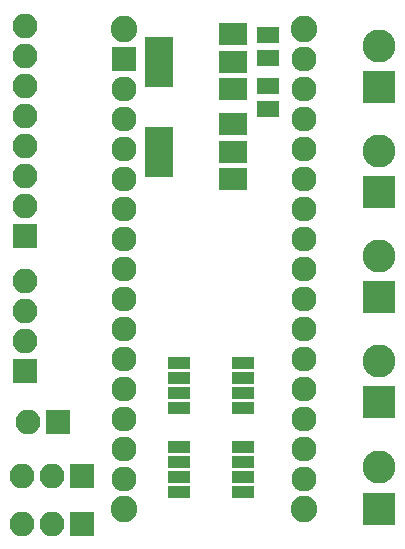
<source format=gbr>
G04 #@! TF.GenerationSoftware,KiCad,Pcbnew,5.0.0*
G04 #@! TF.CreationDate,2018-09-23T10:29:23+02:00*
G04 #@! TF.ProjectId,openReflow,6F70656E5265666C6F772E6B69636164,rev?*
G04 #@! TF.SameCoordinates,Original*
G04 #@! TF.FileFunction,Soldermask,Bot*
G04 #@! TF.FilePolarity,Negative*
%FSLAX46Y46*%
G04 Gerber Fmt 4.6, Leading zero omitted, Abs format (unit mm)*
G04 Created by KiCad (PCBNEW 5.0.0) date Sun Sep 23 10:29:23 2018*
%MOMM*%
%LPD*%
G01*
G04 APERTURE LIST*
%ADD10R,2.100000X2.100000*%
%ADD11O,2.100000X2.100000*%
%ADD12R,1.900000X1.370000*%
%ADD13R,2.800000X2.800000*%
%ADD14C,2.800000*%
%ADD15R,2.400000X4.200000*%
%ADD16R,2.400000X1.900000*%
%ADD17R,1.950000X1.000000*%
%ADD18C,2.127200*%
%ADD19R,2.127200X2.127200*%
%ADD20C,2.250000*%
G04 APERTURE END LIST*
D10*
G04 #@! TO.C,J5*
X78232000Y-128016000D03*
D11*
X75692000Y-128016000D03*
G04 #@! TD*
D12*
G04 #@! TO.C,C2*
X96012000Y-99629000D03*
X96012000Y-101539000D03*
G04 #@! TD*
G04 #@! TO.C,C7*
X96012000Y-97221000D03*
X96012000Y-95311000D03*
G04 #@! TD*
D13*
G04 #@! TO.C,J1*
X105410000Y-99695000D03*
D14*
X105410000Y-96195000D03*
G04 #@! TD*
D13*
G04 #@! TO.C,J2*
X105410000Y-108585000D03*
D14*
X105410000Y-105085000D03*
G04 #@! TD*
D13*
G04 #@! TO.C,J3*
X105410000Y-117475000D03*
D14*
X105410000Y-113975000D03*
G04 #@! TD*
D10*
G04 #@! TO.C,J4*
X75438000Y-112268000D03*
D11*
X75438000Y-109728000D03*
X75438000Y-107188000D03*
X75438000Y-104648000D03*
X75438000Y-102108000D03*
X75438000Y-99568000D03*
X75438000Y-97028000D03*
X75438000Y-94488000D03*
G04 #@! TD*
D10*
G04 #@! TO.C,J6*
X80264000Y-132588000D03*
D11*
X77724000Y-132588000D03*
X75184000Y-132588000D03*
G04 #@! TD*
D13*
G04 #@! TO.C,J7*
X105410000Y-135382000D03*
D14*
X105410000Y-131882000D03*
G04 #@! TD*
D13*
G04 #@! TO.C,J8*
X105410000Y-126365000D03*
D14*
X105410000Y-122865000D03*
G04 #@! TD*
D10*
G04 #@! TO.C,J9*
X80264000Y-136652000D03*
D11*
X77724000Y-136652000D03*
X75184000Y-136652000D03*
G04 #@! TD*
D15*
G04 #@! TO.C,U1*
X86766000Y-97536000D03*
D16*
X93066000Y-97536000D03*
X93066000Y-99836000D03*
X93066000Y-95236000D03*
G04 #@! TD*
D15*
G04 #@! TO.C,U2*
X86766000Y-105156000D03*
D16*
X93066000Y-105156000D03*
X93066000Y-107456000D03*
X93066000Y-102856000D03*
G04 #@! TD*
D17*
G04 #@! TO.C,U3*
X88486000Y-126873000D03*
X88486000Y-125603000D03*
X88486000Y-124333000D03*
X88486000Y-123063000D03*
X93886000Y-123063000D03*
X93886000Y-124333000D03*
X93886000Y-125603000D03*
X93886000Y-126873000D03*
G04 #@! TD*
G04 #@! TO.C,U4*
X88486000Y-133985000D03*
X88486000Y-132715000D03*
X88486000Y-131445000D03*
X88486000Y-130175000D03*
X93886000Y-130175000D03*
X93886000Y-131445000D03*
X93886000Y-132715000D03*
X93886000Y-133985000D03*
G04 #@! TD*
D18*
G04 #@! TO.C,XA1*
X99060000Y-97282000D03*
X99060000Y-99822000D03*
X99060000Y-102362000D03*
X99060000Y-104902000D03*
X99060000Y-107442000D03*
X99060000Y-109982000D03*
X99060000Y-112522000D03*
X99060000Y-115062000D03*
X99060000Y-117602000D03*
X99060000Y-120142000D03*
X99060000Y-122682000D03*
X99060000Y-125222000D03*
X99060000Y-127762000D03*
X99060000Y-130302000D03*
X99060000Y-132842000D03*
X83820000Y-132842000D03*
X83820000Y-130302000D03*
X83820000Y-127762000D03*
X83820000Y-125222000D03*
X83820000Y-122682000D03*
X83820000Y-120142000D03*
X83820000Y-117602000D03*
X83820000Y-115062000D03*
X83820000Y-112522000D03*
X83820000Y-109982000D03*
X83820000Y-107442000D03*
X83820000Y-104902000D03*
X83820000Y-102362000D03*
X83820000Y-99822000D03*
D19*
X83820000Y-97282000D03*
D20*
X83820000Y-94742000D03*
X99060000Y-94742000D03*
X83820000Y-135382000D03*
X99060000Y-135382000D03*
G04 #@! TD*
D10*
G04 #@! TO.C,J10*
X75438000Y-123698000D03*
D11*
X75438000Y-121158000D03*
X75438000Y-118618000D03*
X75438000Y-116078000D03*
G04 #@! TD*
M02*

</source>
